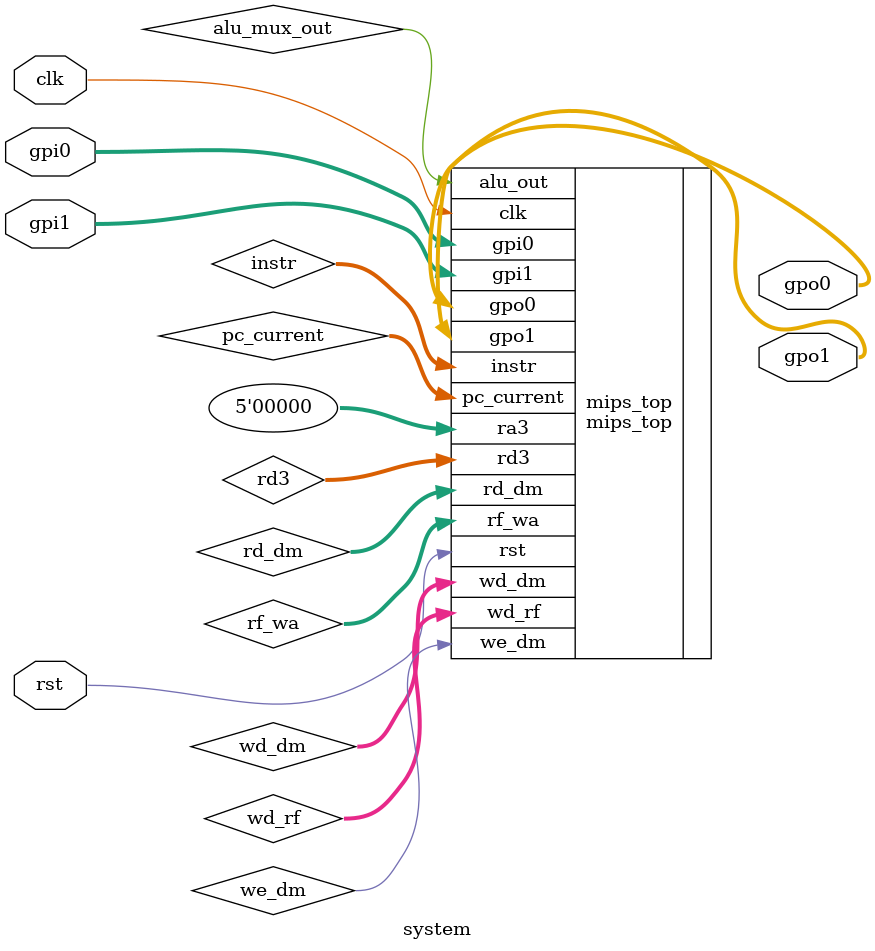
<source format=v>
module system(
        input wire clk,
        input wire rst,
        input wire [31:0] gpi0,
        input wire [31:0] gpi1,
        output wire [31:0] gpo0,
        output wire [31:0] gpo1
    );

    // wire [4:0]  ra3,
    // wire [31:0]  gpi0,
    // wire [31:0]  gpi1,
    wire        we_dm;
    wire [31:0] pc_current;
    wire [31:0] instr;
    wire [31:0] alu_out;
    wire [31:0] wd_dm;
    wire [31:0] rd_dm;
    wire [31:0] rd3;
    wire [31:0] wd_rf;
    wire [4:0] rf_wa;

    mips_top mips_top (
        .clk            (clk),
        .rst            (rst),
        .ra3            (5'b00000),
        .gpi0           (gpi0),
        .gpi1           (gpi1),
        .gpo0           (gpo0),
        .gpo1           (gpo1),
        .we_dm          (we_dm),
        .pc_current     (pc_current),
        .instr          (instr),
        .alu_out        (alu_mux_out),
        .wd_dm          (wd_dm),
        .rd_dm          (rd_dm),
        .rd3            (rd3),
        .wd_rf          (wd_rf),
        .rf_wa          (rf_wa)
    );


endmodule
</source>
